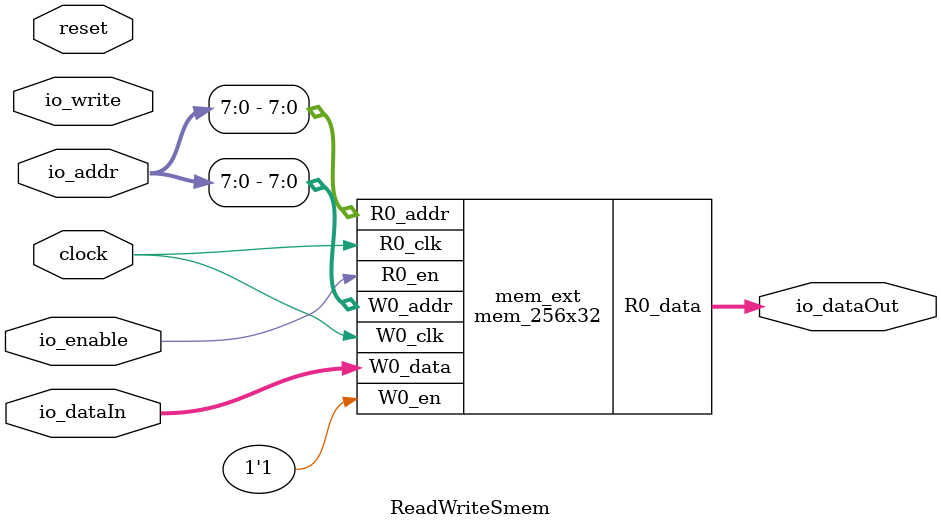
<source format=v>
module mem_256x32(
  input  [7:0]  R0_addr,
  input         R0_en,
                R0_clk,
  input  [7:0]  W0_addr,
  input         W0_en,
                W0_clk,
  input  [31:0] W0_data,
  output [31:0] R0_data
);

  reg [31:0] Memory[0:255];
  reg        _R0_en_d0;
  reg [7:0]  _R0_addr_d0;
  always @(posedge R0_clk) begin
    _R0_en_d0 <= R0_en;
    _R0_addr_d0 <= R0_addr;
  end // always @(posedge)
  always @(posedge W0_clk) begin
    if (W0_en)
      Memory[W0_addr] <= W0_data;
  end // always @(posedge)
  assign R0_data = _R0_en_d0 ? Memory[_R0_addr_d0] : 32'bx;
endmodule

module ReadWriteSmem(
  input         clock,
                reset,
                io_enable,
                io_write,
  input  [9:0]  io_addr,
  input  [31:0] io_dataIn,
  output [31:0] io_dataOut
);

  mem_256x32 mem_ext (
    .R0_addr (io_addr[7:0]),
    .R0_en   (io_enable),
    .R0_clk  (clock),
    .W0_addr (io_addr[7:0]),
    .W0_en   (1'h1),
    .W0_clk  (clock),
    .W0_data (io_dataIn),
    .R0_data (io_dataOut)
  );
endmodule


</source>
